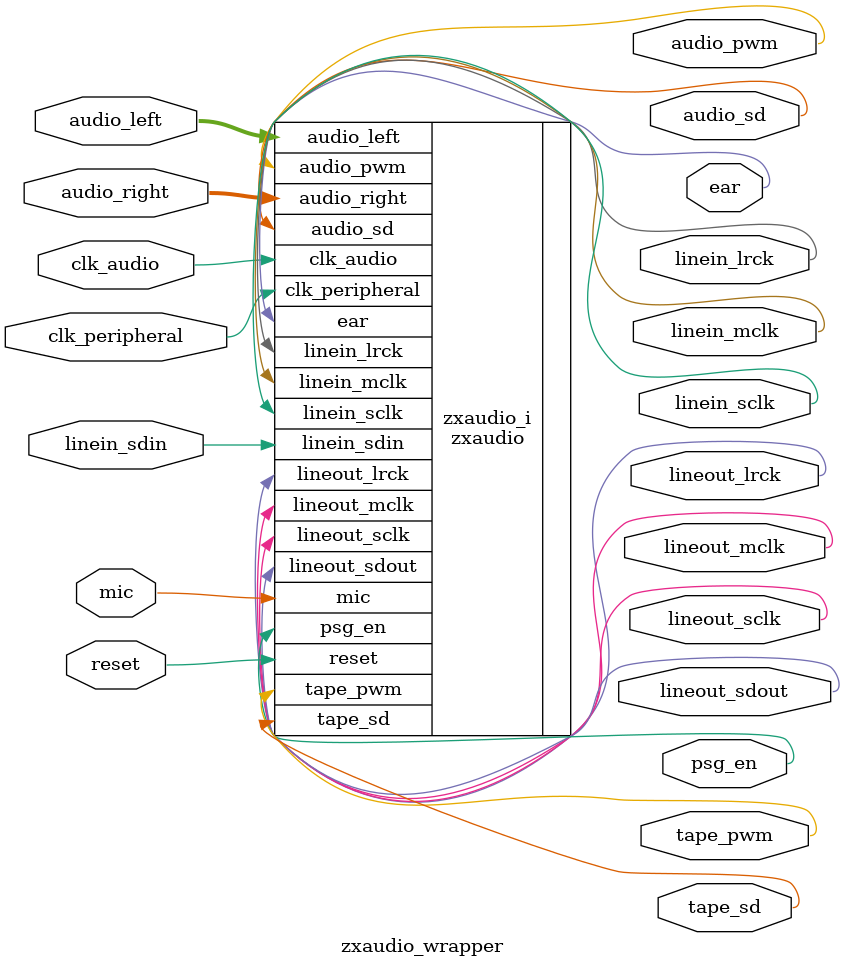
<source format=v>
`timescale 1 ps / 1 ps

module zxaudio_wrapper
   (audio_left,
    audio_pwm,
    audio_right,
    audio_sd,
    clk_audio,
    clk_peripheral,
    ear,
    linein_lrck,
    linein_mclk,
    linein_sclk,
    linein_sdin,
    lineout_lrck,
    lineout_mclk,
    lineout_sclk,
    lineout_sdout,
    mic,
    psg_en,
    reset,
    tape_pwm,
    tape_sd);
  input [12:0]audio_left;
  output audio_pwm;
  input [12:0]audio_right;
  output audio_sd;
  input clk_audio;
  input clk_peripheral;
  output ear;
  output linein_lrck;
  output linein_mclk;
  output linein_sclk;
  input linein_sdin;
  output lineout_lrck;
  output lineout_mclk;
  output lineout_sclk;
  output lineout_sdout;
  input mic;
  output psg_en;
  input reset;
  output tape_pwm;
  output tape_sd;

  wire [12:0]audio_left;
  wire audio_pwm;
  wire [12:0]audio_right;
  wire audio_sd;
  wire clk_audio;
  wire clk_peripheral;
  wire ear;
  wire linein_lrck;
  wire linein_mclk;
  wire linein_sclk;
  wire linein_sdin;
  wire lineout_lrck;
  wire lineout_mclk;
  wire lineout_sclk;
  wire lineout_sdout;
  wire mic;
  wire psg_en;
  wire reset;
  wire tape_pwm;
  wire tape_sd;

  zxaudio zxaudio_i
       (.audio_left(audio_left),
        .audio_pwm(audio_pwm),
        .audio_right(audio_right),
        .audio_sd(audio_sd),
        .clk_audio(clk_audio),
        .clk_peripheral(clk_peripheral),
        .ear(ear),
        .linein_lrck(linein_lrck),
        .linein_mclk(linein_mclk),
        .linein_sclk(linein_sclk),
        .linein_sdin(linein_sdin),
        .lineout_lrck(lineout_lrck),
        .lineout_mclk(lineout_mclk),
        .lineout_sclk(lineout_sclk),
        .lineout_sdout(lineout_sdout),
        .mic(mic),
        .psg_en(psg_en),
        .reset(reset),
        .tape_pwm(tape_pwm),
        .tape_sd(tape_sd));
endmodule

</source>
